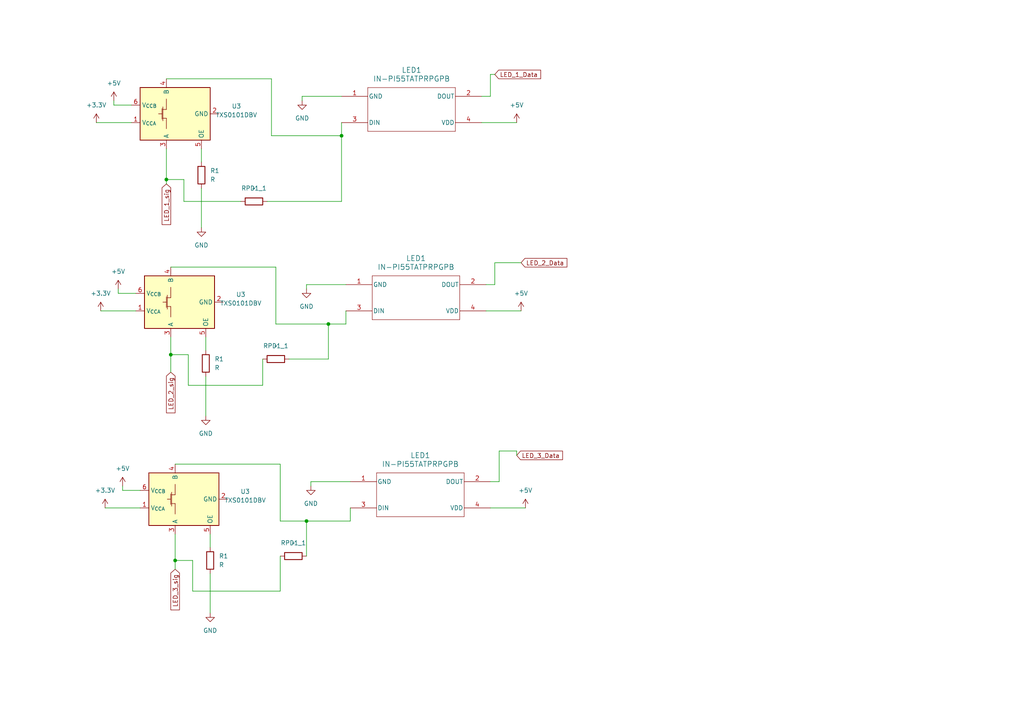
<source format=kicad_sch>
(kicad_sch (version 20230121) (generator eeschema)
  (paper "A4")
  (lib_symbols
    (symbol "Device:R" (pin_numbers hide) (pin_names (offset 0))
      (property "Reference" "R" (at 2.032 0 90))
      (property "Value" "R" (at 0 0 90))
      (symbol "R_0_1"
        (rectangle (start -1.016 -2.54) (end 1.016 2.54) (stroke (width 0.254)))
      )
      (symbol "R_1_1"
        (pin passive line (at 0 3.81 270) (length 1.27) (name "~") (number "1"))
        (pin passive line (at 0 -3.81 90) (length 1.27) (name "~") (number "2"))
      )
    )
    (symbol "IN_P155TA:IN-PI55TATPRPGPB" (pin_names (offset 0.254))
      (property "Reference" "LED" (at 20.32 7.62 0))
      (property "Value" "IN-PI55TATPRPGPB" (at 20.32 5.08 0))
      (symbol "IN-PI55TATPRPGPB_0_1"
        (polyline (pts (xy 7.62 -10.16) (xy 33.02 -10.16)) (stroke (width 0.127)))
        (polyline (pts (xy 7.62 2.54) (xy 7.62 -10.16)) (stroke (width 0.127)))
        (polyline (pts (xy 33.02 -10.16) (xy 33.02 2.54)) (stroke (width 0.127)))
        (polyline (pts (xy 33.02 2.54) (xy 7.62 2.54)) (stroke (width 0.127)))
        (pin power_in line (at 0 0 0) (length 7.62) (name "GND") (number "1"))
        (pin output line (at 40.64 0 180) (length 7.62) (name "DOUT") (number "2"))
        (pin power_out line (at 0 -7.62 0) (length 7.62) (name "DIN") (number "3"))
        (pin input line (at 40.64 -7.62 180) (length 7.62) (name "VDD") (number "4"))
      )
    )
    (symbol "Logic_LevelTranslator:TXS0101DBV"
      (property "Reference" "U" (at -6.35 11.43 0))
      (property "Value" "TXS0101DBV" (at 8.89 11.43 0))
      (symbol "TXS0101DBV_0_1"
        (rectangle (start -7.62 10.16) (end 7.62 -10.16) (stroke (width 0.254)) (fill (type background)))
      )
      (symbol "TXS0101DBV_1_1"
        (polyline (pts (xy -4.318 2.54) (xy -1.27 2.54)))
        (polyline (pts (xy -2.032 3.556) (xy 2.032 3.556)))
        (polyline (pts (xy -1.524 3.81) (xy 1.524 3.81)))
        (polyline (pts (xy -1.27 2.54) (xy -1.27 3.556)))
        (polyline (pts (xy 0 3.81) (xy 0 4.826)))
        (polyline (pts (xy 1.27 2.54) (xy 1.27 3.556)))
        (polyline (pts (xy 4.318 2.54) (xy 1.27 2.54)))
        (pin power_in line (at -2.54 12.7 270) (length 2.54) (name "V_{CCA}") (number "1"))
        (pin power_in line (at 0 -12.7 90) (length 2.54) (name "GND") (number "2"))
        (pin bidirectional line (at -10.16 2.54 0) (length 2.54) (name "A") (number "3"))
        (pin bidirectional line (at 10.16 2.54 180) (length 2.54) (name "B") (number "4"))
        (pin input line (at -10.16 -7.62 0) (length 2.54) (name "OE") (number "5"))
        (pin power_in line (at 2.54 12.7 270) (length 2.54) (name "V_{CCB}") (number "6"))
      )
    )
    (symbol "power:+3.3V" (power) (pin_names (offset 0))
      (property "Value" "+3.3V" (at 0 3.556 0))
      (symbol "+3.3V_0_1"
        (polyline (pts (xy -0.762 1.27) (xy 0 2.54)))
        (polyline (pts (xy 0 0) (xy 0 2.54)))
        (polyline (pts (xy 0 2.54) (xy 0.762 1.27)))
      )
      (symbol "+3.3V_1_1"
        (pin power_in line (at 0 0 90) (length 0) hide (name "+3.3V") (number "1"))
      )
    )
    (symbol "power:+5V" (power) (pin_names (offset 0))
      (property "Value" "+5V" (at 0 3.556 0))
      (symbol "+5V_0_1"
        (polyline (pts (xy -0.762 1.27) (xy 0 2.54)))
        (polyline (pts (xy 0 0) (xy 0 2.54)))
        (polyline (pts (xy 0 2.54) (xy 0.762 1.27)))
      )
      (symbol "+5V_1_1"
        (pin power_in line (at 0 0 90) (length 0) hide (name "+5V") (number "1"))
      )
    )
    (symbol "power:GND" (power) (pin_names (offset 0))
      (property "Value" "GND" (at 0 -3.81 0))
      (symbol "GND_0_1"
        (polyline (pts (xy 0 0) (xy 0 -1.27) (xy 1.27 -1.27) (xy 0 -2.54) (xy -1.27 -1.27) (xy 0 -1.27)))
      )
      (symbol "GND_1_1"
        (pin power_in line (at 0 0 270) (length 0) hide (name "GND") (number "1"))
      )
    )
  )
  (junction (at 88.9 151.13))
  (junction (at 99.06 39.37))
  (junction (at 49.53 102.87))
  (junction (at 95.25 93.98))
  (junction (at 50.8 162.56))
  (junction (at 48.26 52.07))
  (wire (pts (xy 81.28 134.62) (xy 81.28 151.13)))
  (wire (pts (xy 49.53 102.87) (xy 49.53 97.79)))
  (wire (pts (xy 139.7 27.94) (xy 142.24 27.94)))
  (wire (pts (xy 81.28 151.13) (xy 88.9 151.13)))
  (wire (pts (xy 48.26 22.86) (xy 78.74 22.86)))
  (wire (pts (xy 83.82 104.14) (xy 95.25 104.14)))
  (wire (pts (xy 80.01 77.47) (xy 80.01 93.98)))
  (wire (pts (xy 80.01 93.98) (xy 95.25 93.98)))
  (wire (pts (xy 30.48 147.32) (xy 40.64 147.32)))
  (wire (pts (xy 48.26 52.07) (xy 53.34 52.07)))
  (wire (pts (xy 87.63 27.94) (xy 99.06 27.94)))
  (wire (pts (xy 90.17 140.97) (xy 90.17 139.7)))
  (wire (pts (xy 50.8 154.94) (xy 50.8 162.56)))
  (wire (pts (xy 50.8 134.62) (xy 81.28 134.62)))
  (wire (pts (xy 48.26 53.34) (xy 48.26 52.07)))
  (wire (pts (xy 81.28 171.45) (xy 81.28 161.29)))
  (wire (pts (xy 99.06 58.42) (xy 99.06 39.37)))
  (wire (pts (xy 50.8 162.56) (xy 50.8 165.1)))
  (wire (pts (xy 88.9 161.29) (xy 88.9 151.13)))
  (wire (pts (xy 58.42 46.99) (xy 58.42 43.18)))
  (wire (pts (xy 78.74 39.37) (xy 99.06 39.37)))
  (wire (pts (xy 140.97 90.17) (xy 151.13 90.17)))
  (wire (pts (xy 29.21 90.17) (xy 39.37 90.17)))
  (wire (pts (xy 39.37 85.09) (xy 34.29 85.09)))
  (wire (pts (xy 143.51 76.2) (xy 151.13 76.2)))
  (wire (pts (xy 78.74 22.86) (xy 78.74 39.37)))
  (wire (pts (xy 49.53 107.95) (xy 49.53 102.87)))
  (wire (pts (xy 53.34 52.07) (xy 53.34 58.42)))
  (wire (pts (xy 49.53 77.47) (xy 80.01 77.47)))
  (wire (pts (xy 53.34 58.42) (xy 69.85 58.42)))
  (wire (pts (xy 87.63 29.21) (xy 87.63 27.94)))
  (wire (pts (xy 88.9 83.82) (xy 88.9 82.55)))
  (wire (pts (xy 142.24 27.94) (xy 142.24 21.59)))
  (wire (pts (xy 90.17 139.7) (xy 101.6 139.7)))
  (wire (pts (xy 27.94 35.56) (xy 38.1 35.56)))
  (wire (pts (xy 88.9 151.13) (xy 101.6 151.13)))
  (wire (pts (xy 149.86 130.81) (xy 149.86 132.08)))
  (wire (pts (xy 48.26 52.07) (xy 48.26 43.18)))
  (wire (pts (xy 55.88 162.56) (xy 55.88 171.45)))
  (wire (pts (xy 60.96 158.75) (xy 60.96 154.94)))
  (wire (pts (xy 142.24 147.32) (xy 152.4 147.32)))
  (wire (pts (xy 54.61 111.76) (xy 76.2 111.76)))
  (wire (pts (xy 55.88 171.45) (xy 81.28 171.45)))
  (wire (pts (xy 142.24 21.59) (xy 143.51 21.59)))
  (wire (pts (xy 49.53 102.87) (xy 54.61 102.87)))
  (wire (pts (xy 54.61 102.87) (xy 54.61 111.76)))
  (wire (pts (xy 60.96 166.37) (xy 60.96 177.8)))
  (wire (pts (xy 142.24 139.7) (xy 144.78 139.7)))
  (wire (pts (xy 99.06 39.37) (xy 99.06 35.56)))
  (wire (pts (xy 100.33 93.98) (xy 100.33 90.17)))
  (wire (pts (xy 35.56 142.24) (xy 35.56 140.97)))
  (wire (pts (xy 50.8 162.56) (xy 55.88 162.56)))
  (wire (pts (xy 139.7 35.56) (xy 149.86 35.56)))
  (wire (pts (xy 101.6 151.13) (xy 101.6 147.32)))
  (wire (pts (xy 144.78 139.7) (xy 144.78 130.81)))
  (wire (pts (xy 76.2 111.76) (xy 76.2 104.14)))
  (wire (pts (xy 38.1 30.48) (xy 33.02 30.48)))
  (wire (pts (xy 140.97 82.55) (xy 143.51 82.55)))
  (wire (pts (xy 59.69 101.6) (xy 59.69 97.79)))
  (wire (pts (xy 59.69 109.22) (xy 59.69 120.65)))
  (wire (pts (xy 144.78 130.81) (xy 149.86 130.81)))
  (wire (pts (xy 58.42 54.61) (xy 58.42 66.04)))
  (wire (pts (xy 95.25 93.98) (xy 100.33 93.98)))
  (wire (pts (xy 40.64 142.24) (xy 35.56 142.24)))
  (wire (pts (xy 33.02 30.48) (xy 33.02 29.21)))
  (wire (pts (xy 34.29 85.09) (xy 34.29 83.82)))
  (wire (pts (xy 77.47 58.42) (xy 99.06 58.42)))
  (wire (pts (xy 95.25 104.14) (xy 95.25 93.98)))
  (wire (pts (xy 88.9 82.55) (xy 100.33 82.55)))
  (wire (pts (xy 143.51 82.55) (xy 143.51 76.2)))
  (global_label "LED_2_Data" (shape input) (at 151.13 76.2 0) (property "Intersheetrefs" "${INTERSHEET_REFS}" (effects hide)))
  (global_label "LED_2_sig" (shape input) (at 49.53 107.95 270) (property "Intersheetrefs" "${INTERSHEET_REFS}" (effects hide)))
  (global_label "LED_1_Data" (shape input) (at 143.51 21.59 0) (property "Intersheetrefs" "${INTERSHEET_REFS}" (effects hide)))
  (global_label "LED_1_sig" (shape input) (at 48.26 53.34 270) (property "Intersheetrefs" "${INTERSHEET_REFS}" (effects hide)))
  (global_label "LED_3_Data" (shape input) (at 149.86 132.08 0) (property "Intersheetrefs" "${INTERSHEET_REFS}" (effects hide)))
  (global_label "LED_3_sig" (shape input) (at 50.8 165.1 270) (property "Intersheetrefs" "${INTERSHEET_REFS}" (effects hide)))
  (symbol (lib_id "Device:R") (at 80.01 104.14 90) (unit 1)
    (property "Reference" "RPD1_1" (at 80.01 100.33 90))
    (property "Value" "~" (at 80.01 100.33 90))
    (property "Footprint" "Resistor_SMD:R_0805_2012Metric_Pad1.20x1.40mm_HandSolder" (effects hide))
    (instances (project "Control Board V2.1" (path "" (reference "RPD1_1") (unit 1)) (path "" (reference "BYP2") (unit 1))))
  )
  (symbol (lib_id "Logic_LevelTranslator:TXS0101DBV") (at 53.34 144.78 90) (unit 1)
    (property "Reference" "U3" (at 71.12 142.5641 90))
    (property "Value" "TXS0101DBV" (at 71.12 145.1041 90))
    (property "Footprint" "Package_TO_SOT_SMD:SOT-23-6" (effects hide))
    (property "Datasheet" "https://www.ti.com/lit/ds/symlink/txs0101.pdf" (effects hide))
    (instances (project "Control Board V2.1" (path "" (reference "U3") (unit 1)) (path "" (reference "U5") (unit 1))))
  )
  (symbol (lib_id "Device:R") (at 58.42 50.8 180) (unit 1)
    (property "Reference" "R1" (at 60.96 49.53 0) (effects (justify right)))
    (property "Value" "R" (at 60.96 52.07 0) (effects (justify right)))
    (property "Footprint" "Resistor_THT:R_Axial_DIN0207_L6.3mm_D2.5mm_P7.62mm_Horizontal" (effects hide))
    (instances (project "Control Board V2.1" (path "" (reference "R1") (unit 1)) (path "" (reference "R_En_1") (unit 1))))
  )
  (symbol (lib_id "power:+3.3V") (at 30.48 147.32 0) (unit 1)
    (property "Reference" "#PWR03" (effects hide))
    (property "Value" "+3.3V" (at 30.48 142.24 0))
    (instances (project "Control Board V2.1" (path "" (reference "#PWR03") (unit 1)) (path "" (reference "#PWR017") (unit 1))))
  )
  (symbol (lib_id "Device:R") (at 59.69 105.41 180) (unit 1)
    (property "Reference" "R1" (at 62.23 104.14 0) (effects (justify right)))
    (property "Value" "R" (at 62.23 106.68 0) (effects (justify right)))
    (property "Footprint" "Resistor_THT:R_Axial_DIN0207_L6.3mm_D2.5mm_P7.62mm_Horizontal" (effects hide))
  )
  (symbol (lib_id "power:+5V") (at 149.86 35.56 0) (unit 1)
    (property "Reference" "#PWR011" (effects hide))
    (property "Value" "+5V" (at 149.86 30.48 0))
  )
  (symbol (lib_id "Device:R") (at 60.96 162.56 180) (unit 1)
    (property "Reference" "R1" (at 63.5 161.29 0) (effects (justify right)))
    (property "Value" "R" (at 63.5 163.83 0) (effects (justify right)))
    (property "Footprint" "Resistor_THT:R_Axial_DIN0207_L6.3mm_D2.5mm_P7.62mm_Horizontal" (effects hide))
    (instances (project "Control Board V2.1" (path "" (reference "R1") (unit 1)) (path "" (reference "R2") (unit 1))))
  )
  (symbol (lib_id "power:+5V") (at 35.56 140.97 0) (unit 1)
    (property "Reference" "#PWR04" (effects hide))
    (property "Value" "+5V" (at 35.56 135.89 0))
    (instances (project "Control Board V2.1" (path "" (reference "#PWR04") (unit 1)) (path "" (reference "#PWR018") (unit 1))))
  )
  (symbol (lib_id "power:GND") (at 87.63 29.21 0) (unit 1)
    (property "Reference" "#PWR08" (effects hide))
    (property "Value" "GND" (at 87.63 34.29 0))
  )
  (symbol (lib_id "power:GND") (at 90.17 140.97 0) (unit 1)
    (property "Reference" "#PWR08" (effects hide))
    (property "Value" "GND" (at 90.17 146.05 0))
    (instances (project "Control Board V2.1" (path "" (reference "#PWR08") (unit 1)) (path "" (reference "#PWR020") (unit 1))))
  )
  (symbol (lib_id "IN_P155TA:IN-PI55TATPRPGPB") (at 101.6 139.7 0) (unit 1)
    (property "Reference" "LED1" (at 121.92 132.08 0) (effects (font (size 1.524 1.524))))
    (property "Value" "IN-PI55TATPRPGPB" (at 121.92 134.62 0) (effects (font (size 1.524 1.524))))
    (property "Footprint" "LED_SMD:LED_Inolux_IN-PI554FCH_PLCC4_5.0x5.0mm_P3.2mm" (effects hide))
    (property "Datasheet" "IN-PI55TATPRPGPB" (effects hide))
    (instances (project "Control Board V2.1" (path "" (reference "LED1") (unit 1)) (path "" (reference "LED3") (unit 1))))
  )
  (symbol (lib_id "power:+5V") (at 34.29 83.82 0) (unit 1)
    (property "Reference" "#PWR04" (effects hide))
    (property "Value" "+5V" (at 34.29 78.74 0))
    (instances (project "Control Board V2.1" (path "" (reference "#PWR04") (unit 1)) (path "" (reference "#PWR013") (unit 1))))
  )
  (symbol (lib_id "power:GND") (at 58.42 66.04 0) (unit 1)
    (property "Reference" "#PWR06" (effects hide))
    (property "Value" "GND" (at 58.42 71.12 0))
  )
  (symbol (lib_id "Logic_LevelTranslator:TXS0101DBV") (at 52.07 87.63 90) (unit 1)
    (property "Reference" "U3" (at 69.85 85.4141 90))
    (property "Value" "TXS0101DBV" (at 69.85 87.9541 90))
    (property "Footprint" "Package_TO_SOT_SMD:SOT-23-6" (effects hide))
    (property "Datasheet" "https://www.ti.com/lit/ds/symlink/txs0101.pdf" (effects hide))
    (instances (project "Control Board V2.1" (path "" (reference "U3") (unit 1)) (path "" (reference "U4") (unit 1))))
  )
  (symbol (lib_id "Logic_LevelTranslator:TXS0101DBV") (at 50.8 33.02 90) (unit 1)
    (property "Reference" "U3" (at 68.58 30.8041 90))
    (property "Value" "TXS0101DBV" (at 68.58 33.3441 90))
    (property "Footprint" "Package_TO_SOT_SMD:SOT-23-6" (effects hide))
    (property "Datasheet" "https://www.ti.com/lit/ds/symlink/txs0101.pdf" (effects hide))
  )
  (symbol (lib_id "power:GND") (at 59.69 120.65 0) (unit 1)
    (property "Reference" "#PWR06" (effects hide))
    (property "Value" "GND" (at 59.69 125.73 0))
    (instances (project "Control Board V2.1" (path "" (reference "#PWR06") (unit 1)) (path "" (reference "#PWR014") (unit 1))))
  )
  (symbol (lib_id "power:+3.3V") (at 29.21 90.17 0) (unit 1)
    (property "Reference" "#PWR03" (effects hide))
    (property "Value" "+3.3V" (at 29.21 85.09 0))
    (instances (project "Control Board V2.1" (path "" (reference "#PWR03") (unit 1)) (path "" (reference "#PWR012") (unit 1))))
  )
  (symbol (lib_id "IN_P155TA:IN-PI55TATPRPGPB") (at 99.06 27.94 0) (unit 1)
    (property "Reference" "LED1" (at 119.38 20.32 0) (effects (font (size 1.524 1.524))))
    (property "Value" "IN-PI55TATPRPGPB" (at 119.38 22.86 0) (effects (font (size 1.524 1.524))))
    (property "Footprint" "LED_SMD:LED_Inolux_IN-PI554FCH_PLCC4_5.0x5.0mm_P3.2mm" (effects hide))
    (property "Datasheet" "IN-PI55TATPRPGPB" (effects hide))
  )
  (symbol (lib_id "power:+3.3V") (at 27.94 35.56 0) (unit 1)
    (property "Reference" "#PWR03" (effects hide))
    (property "Value" "+3.3V" (at 27.94 30.48 0))
  )
  (symbol (lib_id "power:+5V") (at 152.4 147.32 0) (unit 1)
    (property "Reference" "#PWR011" (effects hide))
    (property "Value" "+5V" (at 152.4 142.24 0))
    (instances (project "Control Board V2.1" (path "" (reference "#PWR011") (unit 1)) (path "" (reference "#PWR021") (unit 1))))
  )
  (symbol (lib_id "power:GND") (at 88.9 83.82 0) (unit 1)
    (property "Reference" "#PWR08" (effects hide))
    (property "Value" "GND" (at 88.9 88.9 0))
    (instances (project "Control Board V2.1" (path "" (reference "#PWR08") (unit 1)) (path "" (reference "#PWR015") (unit 1))))
  )
  (symbol (lib_id "IN_P155TA:IN-PI55TATPRPGPB") (at 100.33 82.55 0) (unit 1)
    (property "Reference" "LED1" (at 120.65 74.93 0) (effects (font (size 1.524 1.524))))
    (property "Value" "IN-PI55TATPRPGPB" (at 120.65 77.47 0) (effects (font (size 1.524 1.524))))
    (property "Footprint" "LED_SMD:LED_Inolux_IN-PI554FCH_PLCC4_5.0x5.0mm_P3.2mm" (effects hide))
    (property "Datasheet" "IN-PI55TATPRPGPB" (effects hide))
    (instances (project "Control Board V2.1" (path "" (reference "LED1") (unit 1)) (path "" (reference "LED2") (unit 1))))
  )
  (symbol (lib_id "Device:R") (at 73.66 58.42 90) (unit 1)
    (property "Reference" "RPD1_1" (at 73.66 54.61 90))
    (property "Value" "~" (at 73.66 54.61 90))
    (property "Footprint" "Resistor_SMD:R_0805_2012Metric_Pad1.20x1.40mm_HandSolder" (effects hide))
    (instances (project "Control Board V2.1" (path "" (reference "RPD1_1") (unit 1)) (path "" (reference "BYP1") (unit 1))))
  )
  (symbol (lib_id "power:+5V") (at 33.02 29.21 0) (unit 1)
    (property "Reference" "#PWR04" (effects hide))
    (property "Value" "+5V" (at 33.02 24.13 0))
  )
  (symbol (lib_id "Device:R") (at 85.09 161.29 90) (unit 1)
    (property "Reference" "RPD1_1" (at 85.09 157.48 90))
    (property "Value" "~" (at 85.09 157.48 90))
    (property "Footprint" "Resistor_SMD:R_0805_2012Metric_Pad1.20x1.40mm_HandSolder" (effects hide))
    (instances (project "Control Board V2.1" (path "" (reference "RPD1_1") (unit 1)) (path "" (reference "BYP3") (unit 1))))
  )
  (symbol (lib_id "power:+5V") (at 151.13 90.17 0) (unit 1)
    (property "Reference" "#PWR011" (effects hide))
    (property "Value" "+5V" (at 151.13 85.09 0))
    (instances (project "Control Board V2.1" (path "" (reference "#PWR011") (unit 1)) (path "" (reference "#PWR016") (unit 1))))
  )
  (symbol (lib_id "power:GND") (at 60.96 177.8 0) (unit 1)
    (property "Reference" "#PWR06" (effects hide))
    (property "Value" "GND" (at 60.96 182.88 0))
    (instances (project "Control Board V2.1" (path "" (reference "#PWR06") (unit 1)) (path "" (reference "#PWR019") (unit 1))))
  )
)
</source>
